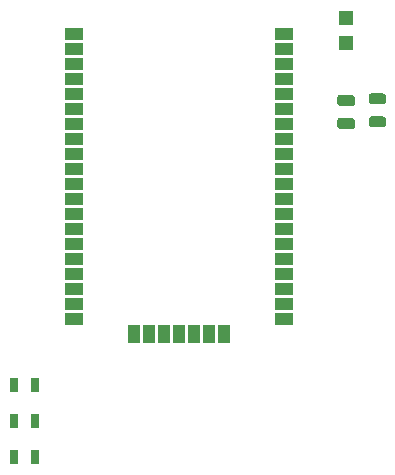
<source format=gbr>
G04 EAGLE Gerber RS-274X export*
G75*
%MOMM*%
%FSLAX34Y34*%
%LPD*%
%INSolderpaste Top*%
%IPPOS*%
%AMOC8*
5,1,8,0,0,1.08239X$1,22.5*%
G01*
%ADD10R,0.800000X1.200000*%
%ADD11R,1.016000X1.524000*%
%ADD12R,1.524000X1.016000*%
%ADD13C,0.443700*%
%ADD14R,1.200000X1.200000*%

G36*
X363384Y863898D02*
X363384Y863898D01*
X363391Y863903D01*
X363396Y863899D01*
X363732Y863980D01*
X363735Y863985D01*
X363739Y863983D01*
X364058Y864115D01*
X364061Y864120D01*
X364065Y864118D01*
X364359Y864298D01*
X364361Y864303D01*
X364365Y864303D01*
X364628Y864527D01*
X364629Y864532D01*
X364634Y864532D01*
X364858Y864795D01*
X364858Y864801D01*
X364862Y864801D01*
X365042Y865095D01*
X365041Y865101D01*
X365046Y865102D01*
X365178Y865421D01*
X365176Y865427D01*
X365180Y865428D01*
X365261Y865764D01*
X365259Y865770D01*
X365262Y865772D01*
X365289Y866116D01*
X365288Y866119D01*
X365289Y866120D01*
X365289Y870420D01*
X365287Y870422D01*
X365289Y870424D01*
X365262Y870768D01*
X365258Y870772D01*
X365261Y870776D01*
X365180Y871112D01*
X365175Y871115D01*
X365178Y871119D01*
X365046Y871438D01*
X365040Y871441D01*
X365042Y871445D01*
X364862Y871739D01*
X364857Y871741D01*
X364858Y871745D01*
X364634Y872008D01*
X364628Y872009D01*
X364628Y872014D01*
X364365Y872238D01*
X364359Y872238D01*
X364359Y872242D01*
X364065Y872422D01*
X364059Y872421D01*
X364058Y872426D01*
X363739Y872558D01*
X363733Y872556D01*
X363732Y872560D01*
X363396Y872641D01*
X363390Y872639D01*
X363388Y872642D01*
X363044Y872669D01*
X363041Y872667D01*
X363040Y872669D01*
X352896Y872642D01*
X352889Y872637D01*
X352884Y872641D01*
X352548Y872560D01*
X352545Y872555D01*
X352541Y872558D01*
X352222Y872426D01*
X352219Y872420D01*
X352215Y872422D01*
X351921Y872242D01*
X351919Y872237D01*
X351915Y872238D01*
X351652Y872014D01*
X351651Y872008D01*
X351647Y872008D01*
X351423Y871745D01*
X351422Y871739D01*
X351418Y871739D01*
X351238Y871445D01*
X351239Y871439D01*
X351235Y871438D01*
X351103Y871119D01*
X351104Y871113D01*
X351100Y871112D01*
X351019Y870776D01*
X351021Y870770D01*
X351018Y870768D01*
X350991Y870424D01*
X350993Y870421D01*
X350991Y870420D01*
X350991Y866120D01*
X350993Y866118D01*
X350991Y866116D01*
X351018Y865772D01*
X351022Y865768D01*
X351019Y865764D01*
X351100Y865428D01*
X351105Y865425D01*
X351103Y865421D01*
X351235Y865102D01*
X351240Y865099D01*
X351238Y865095D01*
X351418Y864801D01*
X351423Y864799D01*
X351423Y864795D01*
X351647Y864532D01*
X351652Y864531D01*
X351652Y864527D01*
X351915Y864303D01*
X351921Y864302D01*
X351921Y864298D01*
X352215Y864118D01*
X352221Y864119D01*
X352222Y864115D01*
X352541Y863983D01*
X352547Y863984D01*
X352548Y863980D01*
X352884Y863899D01*
X352890Y863901D01*
X352892Y863898D01*
X353236Y863871D01*
X353239Y863873D01*
X353240Y863871D01*
X363384Y863898D01*
G37*
G36*
X363384Y844398D02*
X363384Y844398D01*
X363391Y844403D01*
X363396Y844399D01*
X363732Y844480D01*
X363735Y844485D01*
X363739Y844483D01*
X364058Y844615D01*
X364061Y844620D01*
X364065Y844618D01*
X364359Y844798D01*
X364361Y844803D01*
X364365Y844803D01*
X364628Y845027D01*
X364629Y845032D01*
X364634Y845032D01*
X364858Y845295D01*
X364858Y845301D01*
X364862Y845301D01*
X365042Y845595D01*
X365041Y845601D01*
X365046Y845602D01*
X365178Y845921D01*
X365176Y845927D01*
X365180Y845928D01*
X365261Y846264D01*
X365259Y846270D01*
X365262Y846272D01*
X365289Y846616D01*
X365288Y846619D01*
X365289Y846620D01*
X365289Y850920D01*
X365287Y850922D01*
X365289Y850924D01*
X365262Y851268D01*
X365258Y851272D01*
X365261Y851276D01*
X365180Y851612D01*
X365175Y851615D01*
X365178Y851619D01*
X365046Y851938D01*
X365040Y851941D01*
X365042Y851945D01*
X364862Y852239D01*
X364857Y852241D01*
X364858Y852245D01*
X364634Y852508D01*
X364628Y852509D01*
X364628Y852514D01*
X364365Y852738D01*
X364359Y852738D01*
X364359Y852742D01*
X364065Y852922D01*
X364059Y852921D01*
X364058Y852926D01*
X363739Y853058D01*
X363733Y853056D01*
X363732Y853060D01*
X363396Y853141D01*
X363390Y853139D01*
X363388Y853142D01*
X363044Y853169D01*
X363041Y853167D01*
X363040Y853169D01*
X352896Y853142D01*
X352889Y853137D01*
X352884Y853141D01*
X352548Y853060D01*
X352545Y853055D01*
X352541Y853058D01*
X352222Y852926D01*
X352219Y852920D01*
X352215Y852922D01*
X351921Y852742D01*
X351919Y852737D01*
X351915Y852738D01*
X351652Y852514D01*
X351651Y852508D01*
X351647Y852508D01*
X351423Y852245D01*
X351422Y852239D01*
X351418Y852239D01*
X351238Y851945D01*
X351239Y851939D01*
X351235Y851938D01*
X351103Y851619D01*
X351104Y851613D01*
X351100Y851612D01*
X351019Y851276D01*
X351021Y851270D01*
X351018Y851268D01*
X350991Y850924D01*
X350993Y850921D01*
X350991Y850920D01*
X350991Y846620D01*
X350993Y846618D01*
X350991Y846616D01*
X351018Y846272D01*
X351022Y846268D01*
X351019Y846264D01*
X351100Y845928D01*
X351105Y845925D01*
X351103Y845921D01*
X351235Y845602D01*
X351240Y845599D01*
X351238Y845595D01*
X351418Y845301D01*
X351423Y845299D01*
X351423Y845295D01*
X351647Y845032D01*
X351652Y845031D01*
X351652Y845027D01*
X351915Y844803D01*
X351921Y844802D01*
X351921Y844798D01*
X352215Y844618D01*
X352221Y844619D01*
X352222Y844615D01*
X352541Y844483D01*
X352547Y844484D01*
X352548Y844480D01*
X352884Y844399D01*
X352890Y844401D01*
X352892Y844398D01*
X353236Y844371D01*
X353239Y844373D01*
X353240Y844371D01*
X363384Y844398D01*
G37*
G36*
X336714Y862628D02*
X336714Y862628D01*
X336721Y862633D01*
X336726Y862629D01*
X337062Y862710D01*
X337065Y862715D01*
X337069Y862713D01*
X337388Y862845D01*
X337391Y862850D01*
X337395Y862848D01*
X337689Y863028D01*
X337691Y863033D01*
X337695Y863033D01*
X337958Y863257D01*
X337959Y863262D01*
X337964Y863262D01*
X338188Y863525D01*
X338188Y863531D01*
X338192Y863531D01*
X338372Y863825D01*
X338371Y863831D01*
X338376Y863832D01*
X338508Y864151D01*
X338506Y864157D01*
X338510Y864158D01*
X338591Y864494D01*
X338589Y864500D01*
X338592Y864502D01*
X338619Y864846D01*
X338618Y864849D01*
X338619Y864850D01*
X338619Y869150D01*
X338617Y869152D01*
X338619Y869154D01*
X338592Y869498D01*
X338588Y869502D01*
X338591Y869506D01*
X338510Y869842D01*
X338505Y869845D01*
X338508Y869849D01*
X338376Y870168D01*
X338370Y870171D01*
X338372Y870175D01*
X338192Y870469D01*
X338187Y870471D01*
X338188Y870475D01*
X337964Y870738D01*
X337958Y870739D01*
X337958Y870744D01*
X337695Y870968D01*
X337689Y870968D01*
X337689Y870972D01*
X337395Y871152D01*
X337389Y871151D01*
X337388Y871156D01*
X337069Y871288D01*
X337063Y871286D01*
X337062Y871290D01*
X336726Y871371D01*
X336720Y871369D01*
X336718Y871372D01*
X336374Y871399D01*
X336371Y871397D01*
X336370Y871399D01*
X326226Y871372D01*
X326219Y871367D01*
X326214Y871371D01*
X325878Y871290D01*
X325875Y871285D01*
X325871Y871288D01*
X325552Y871156D01*
X325549Y871150D01*
X325545Y871152D01*
X325251Y870972D01*
X325249Y870967D01*
X325245Y870968D01*
X324982Y870744D01*
X324981Y870738D01*
X324977Y870738D01*
X324753Y870475D01*
X324752Y870469D01*
X324748Y870469D01*
X324568Y870175D01*
X324569Y870169D01*
X324565Y870168D01*
X324433Y869849D01*
X324434Y869843D01*
X324430Y869842D01*
X324349Y869506D01*
X324351Y869500D01*
X324348Y869498D01*
X324321Y869154D01*
X324323Y869151D01*
X324321Y869150D01*
X324321Y864850D01*
X324323Y864848D01*
X324321Y864846D01*
X324348Y864502D01*
X324352Y864498D01*
X324349Y864494D01*
X324430Y864158D01*
X324435Y864155D01*
X324433Y864151D01*
X324565Y863832D01*
X324570Y863829D01*
X324568Y863825D01*
X324748Y863531D01*
X324753Y863529D01*
X324753Y863525D01*
X324977Y863262D01*
X324982Y863261D01*
X324982Y863257D01*
X325245Y863033D01*
X325251Y863032D01*
X325251Y863028D01*
X325545Y862848D01*
X325551Y862849D01*
X325552Y862845D01*
X325871Y862713D01*
X325877Y862714D01*
X325878Y862710D01*
X326214Y862629D01*
X326220Y862631D01*
X326222Y862628D01*
X326566Y862601D01*
X326569Y862603D01*
X326570Y862601D01*
X336714Y862628D01*
G37*
G36*
X336714Y843128D02*
X336714Y843128D01*
X336721Y843133D01*
X336726Y843129D01*
X337062Y843210D01*
X337065Y843215D01*
X337069Y843213D01*
X337388Y843345D01*
X337391Y843350D01*
X337395Y843348D01*
X337689Y843528D01*
X337691Y843533D01*
X337695Y843533D01*
X337958Y843757D01*
X337959Y843762D01*
X337964Y843762D01*
X338188Y844025D01*
X338188Y844031D01*
X338192Y844031D01*
X338372Y844325D01*
X338371Y844331D01*
X338376Y844332D01*
X338508Y844651D01*
X338506Y844657D01*
X338510Y844658D01*
X338591Y844994D01*
X338589Y845000D01*
X338592Y845002D01*
X338619Y845346D01*
X338618Y845349D01*
X338619Y845350D01*
X338619Y849650D01*
X338617Y849652D01*
X338619Y849654D01*
X338592Y849998D01*
X338588Y850002D01*
X338591Y850006D01*
X338510Y850342D01*
X338505Y850345D01*
X338508Y850349D01*
X338376Y850668D01*
X338370Y850671D01*
X338372Y850675D01*
X338192Y850969D01*
X338187Y850971D01*
X338188Y850975D01*
X337964Y851238D01*
X337958Y851239D01*
X337958Y851244D01*
X337695Y851468D01*
X337689Y851468D01*
X337689Y851472D01*
X337395Y851652D01*
X337389Y851651D01*
X337388Y851656D01*
X337069Y851788D01*
X337063Y851786D01*
X337062Y851790D01*
X336726Y851871D01*
X336720Y851869D01*
X336718Y851872D01*
X336374Y851899D01*
X336371Y851897D01*
X336370Y851899D01*
X326226Y851872D01*
X326219Y851867D01*
X326214Y851871D01*
X325878Y851790D01*
X325875Y851785D01*
X325871Y851788D01*
X325552Y851656D01*
X325549Y851650D01*
X325545Y851652D01*
X325251Y851472D01*
X325249Y851467D01*
X325245Y851468D01*
X324982Y851244D01*
X324981Y851238D01*
X324977Y851238D01*
X324753Y850975D01*
X324752Y850969D01*
X324748Y850969D01*
X324568Y850675D01*
X324569Y850669D01*
X324565Y850668D01*
X324433Y850349D01*
X324434Y850343D01*
X324430Y850342D01*
X324349Y850006D01*
X324351Y850000D01*
X324348Y849998D01*
X324321Y849654D01*
X324323Y849651D01*
X324321Y849650D01*
X324321Y845350D01*
X324323Y845348D01*
X324321Y845346D01*
X324348Y845002D01*
X324352Y844998D01*
X324349Y844994D01*
X324430Y844658D01*
X324435Y844655D01*
X324433Y844651D01*
X324565Y844332D01*
X324570Y844329D01*
X324568Y844325D01*
X324748Y844031D01*
X324753Y844029D01*
X324753Y844025D01*
X324977Y843762D01*
X324982Y843761D01*
X324982Y843757D01*
X325245Y843533D01*
X325251Y843532D01*
X325251Y843528D01*
X325545Y843348D01*
X325551Y843349D01*
X325552Y843345D01*
X325871Y843213D01*
X325877Y843214D01*
X325878Y843210D01*
X326214Y843129D01*
X326220Y843131D01*
X326222Y843128D01*
X326566Y843101D01*
X326569Y843103D01*
X326570Y843101D01*
X336714Y843128D01*
G37*
D10*
X50690Y625856D03*
X68690Y625856D03*
X50690Y595630D03*
X68690Y595630D03*
X50690Y565150D03*
X68690Y565150D03*
D11*
X152400Y669290D03*
X165100Y669290D03*
X177800Y669290D03*
X190500Y669290D03*
X203200Y669290D03*
X215900Y669290D03*
X228600Y669290D03*
D12*
X279400Y681990D03*
X279400Y694690D03*
X279400Y707390D03*
X279400Y720090D03*
X279400Y732790D03*
X279400Y745490D03*
X279400Y758190D03*
X279400Y770890D03*
X279400Y783590D03*
X279400Y796290D03*
X279400Y808990D03*
X279400Y821690D03*
X279400Y834390D03*
X279400Y847090D03*
X279400Y859790D03*
X279400Y872490D03*
X279400Y885190D03*
X279400Y897890D03*
X279400Y910590D03*
X279400Y923290D03*
X101600Y923290D03*
X101600Y910590D03*
X101600Y897890D03*
X101600Y885190D03*
X101600Y872490D03*
X101600Y859790D03*
X101600Y847090D03*
X101600Y834390D03*
X101600Y821690D03*
X101600Y808990D03*
X101600Y796290D03*
X101600Y783590D03*
X101600Y770890D03*
X101600Y758190D03*
X101600Y745490D03*
X101600Y732790D03*
X101600Y720090D03*
X101600Y707390D03*
X101600Y694690D03*
X101600Y681990D03*
D13*
X336352Y864868D02*
X336352Y869132D01*
X336352Y864868D02*
X326588Y864868D01*
X326588Y869132D01*
X336352Y869132D01*
X336352Y869083D02*
X326588Y869083D01*
X326588Y849632D02*
X326588Y845368D01*
X326588Y849632D02*
X336352Y849632D01*
X336352Y845368D01*
X326588Y845368D01*
X326588Y849583D02*
X336352Y849583D01*
D14*
X331470Y936330D03*
X331470Y915330D03*
D13*
X363022Y870402D02*
X363022Y866138D01*
X353258Y866138D01*
X353258Y870402D01*
X363022Y870402D01*
X363022Y870353D02*
X353258Y870353D01*
X353258Y850902D02*
X353258Y846638D01*
X353258Y850902D02*
X363022Y850902D01*
X363022Y846638D01*
X353258Y846638D01*
X353258Y850853D02*
X363022Y850853D01*
M02*

</source>
